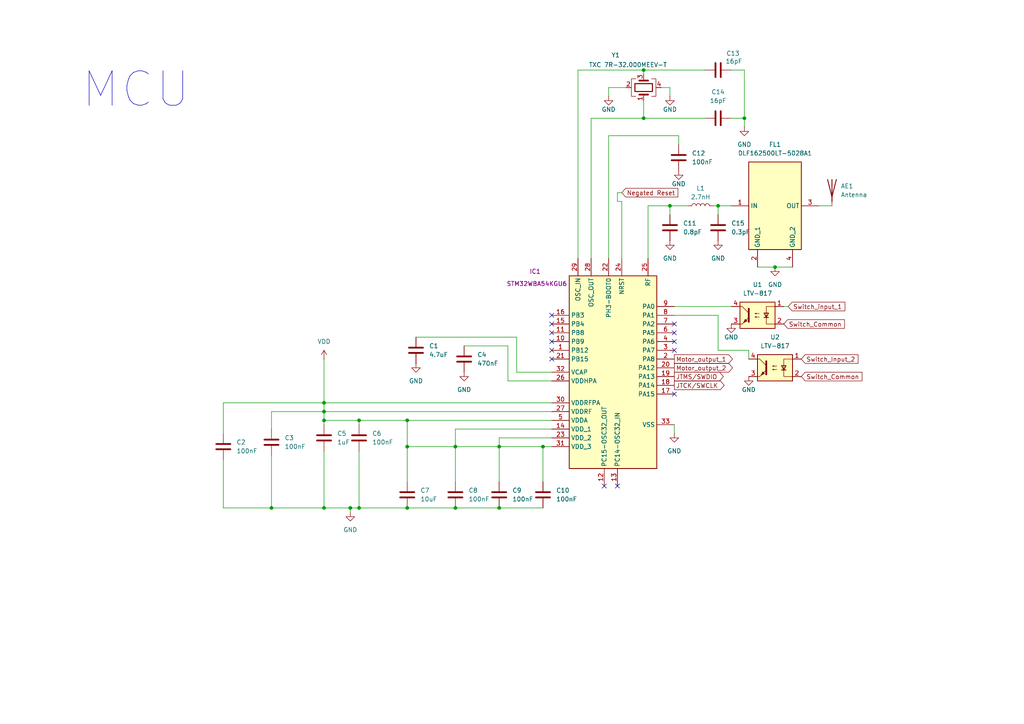
<source format=kicad_sch>
(kicad_sch (version 20231120) (generator "eeschema") (generator_version "8.0")
  (paper "A4")
  (lib_symbols
    (symbol "DLF162500LT-5028A1:DLF162500LT-5028A1"
      (property "Reference" "FL" (at 21.59 17.78 0))
      (property "Value" "DLF162500LT-5028A1" (at 21.59 15.24 0))
      (symbol "DLF162500LT-5028A1_1_1"
        (rectangle (start 5.08 12.7) (end 20.32 -12.7) (stroke (width 0.254)) (fill (type background)))
        (pin passive line (at 0 0 0) (length 5.08) (name "IN") (number "1"))
        (pin passive line (at 7.62 -17.78 90) (length 5.08) (name "GND_1") (number "2"))
        (pin passive line (at 25.4 0 180) (length 5.08) (name "OUT") (number "3"))
        (pin passive line (at 17.78 -17.78 90) (length 5.08) (name "GND_2") (number "4"))
      )
    )
    (symbol "Device:Antenna" (pin_numbers hide) (pin_names (offset 1.016) hide)
      (property "Reference" "AE" (at -1.905 1.905 0))
      (property "Value" "Antenna" (at -1.905 0 0))
      (symbol "Antenna_0_1"
        (polyline (pts (xy 0 2.54) (xy 0 -3.81)) (stroke (width 0.254)))
        (polyline (pts (xy 1.27 2.54) (xy 0 -2.54) (xy -1.27 2.54)) (stroke (width 0.254)))
      )
      (symbol "Antenna_1_1"
        (pin input line (at 0 -5.08 90) (length 2.54) (name "A") (number "1"))
      )
    )
    (symbol "Device:C" (pin_numbers hide) (pin_names (offset 0.254))
      (property "Reference" "C" (at 0.635 2.54 0))
      (property "Value" "C" (at 0.635 -2.54 0))
      (symbol "C_0_1"
        (polyline (pts (xy -2.032 -0.762) (xy 2.032 -0.762)) (stroke (width 0.508)))
        (polyline (pts (xy -2.032 0.762) (xy 2.032 0.762)) (stroke (width 0.508)))
      )
      (symbol "C_1_1"
        (pin passive line (at 0 3.81 270) (length 2.794) (name "~") (number "1"))
        (pin passive line (at 0 -3.81 90) (length 2.794) (name "~") (number "2"))
      )
    )
    (symbol "Device:Crystal_GND24" (pin_names (offset 1.016) hide)
      (property "Reference" "Y" (at 3.175 5.08 0))
      (property "Value" "Crystal_GND24" (at 3.175 3.175 0))
      (symbol "Crystal_GND24_0_1"
        (rectangle (start -1.143 2.54) (end 1.143 -2.54) (stroke (width 0.3048)))
        (polyline (pts (xy -2.54 0) (xy -2.032 0)))
        (polyline (pts (xy -2.032 -1.27) (xy -2.032 1.27)) (stroke (width 0.508)))
        (polyline (pts (xy 0 -3.81) (xy 0 -3.556)))
        (polyline (pts (xy 0 3.556) (xy 0 3.81)))
        (polyline (pts (xy 2.032 -1.27) (xy 2.032 1.27)) (stroke (width 0.508)))
        (polyline (pts (xy 2.032 0) (xy 2.54 0)))
        (polyline (pts (xy -2.54 -2.286) (xy -2.54 -3.556) (xy 2.54 -3.556) (xy 2.54 -2.286)))
        (polyline (pts (xy -2.54 2.286) (xy -2.54 3.556) (xy 2.54 3.556) (xy 2.54 2.286)))
      )
      (symbol "Crystal_GND24_1_1"
        (pin passive line (at -3.81 0 0) (length 1.27) (name "1") (number "1"))
        (pin passive line (at 0 5.08 270) (length 1.27) (name "2") (number "2"))
        (pin passive line (at 3.81 0 180) (length 1.27) (name "3") (number "3"))
        (pin passive line (at 0 -5.08 90) (length 1.27) (name "4") (number "4"))
      )
    )
    (symbol "Device:L" (pin_numbers hide) (pin_names (offset 1.016) hide)
      (property "Reference" "L" (at -1.27 0 90))
      (property "Value" "L" (at 1.905 0 90))
      (symbol "L_0_1"
        (arc (start 0 -2.54) (mid 0.6323 -1.905) (end 0 -1.27))
        (arc (start 0 -1.27) (mid 0.6323 -0.635) (end 0 0))
        (arc (start 0 0) (mid 0.6323 0.635) (end 0 1.27))
        (arc (start 0 1.27) (mid 0.6323 1.905) (end 0 2.54))
      )
      (symbol "L_1_1"
        (pin passive line (at 0 3.81 270) (length 1.27) (name "1") (number "1"))
        (pin passive line (at 0 -3.81 90) (length 1.27) (name "2") (number "2"))
      )
    )
    (symbol "Isolator:LTV-817" (pin_names (offset 1.016))
      (property "Reference" "U" (at -5.08 5.08 0))
      (property "Value" "LTV-817" (at 0 5.08 0))
      (symbol "LTV-817_0_1"
        (rectangle (start -5.08 3.81) (end 5.08 -3.81) (stroke (width 0.254)) (fill (type background)))
        (polyline (pts (xy -3.175 -0.635) (xy -1.905 -0.635)) (stroke (width 0.254)))
        (polyline (pts (xy 2.54 0.635) (xy 4.445 2.54)))
        (polyline (pts (xy 4.445 -2.54) (xy 2.54 -0.635)) (fill (type outline)))
        (polyline (pts (xy 4.445 -2.54) (xy 5.08 -2.54)))
        (polyline (pts (xy 4.445 2.54) (xy 5.08 2.54)))
        (polyline (pts (xy -5.08 2.54) (xy -2.54 2.54) (xy -2.54 -0.762)))
        (polyline (pts (xy -2.54 -0.635) (xy -2.54 -2.54) (xy -5.08 -2.54)))
        (polyline (pts (xy 2.54 1.905) (xy 2.54 -1.905) (xy 2.54 -1.905)) (stroke (width 0.508)))
        (polyline (pts (xy -2.54 -0.635) (xy -3.175 0.635) (xy -1.905 0.635) (xy -2.54 -0.635)) (stroke (width 0.254)))
        (polyline (pts (xy -0.508 -0.508) (xy 0.762 -0.508) (xy 0.381 -0.635) (xy 0.381 -0.381) (xy 0.762 -0.508)))
        (polyline (pts (xy -0.508 0.508) (xy 0.762 0.508) (xy 0.381 0.381) (xy 0.381 0.635) (xy 0.762 0.508)))
        (polyline (pts (xy 3.048 -1.651) (xy 3.556 -1.143) (xy 4.064 -2.159) (xy 3.048 -1.651) (xy 3.048 -1.651)) (fill (type outline)))
      )
      (symbol "LTV-817_1_1"
        (pin passive line (at -7.62 2.54 0) (length 2.54) (name "~") (number "1"))
        (pin passive line (at -7.62 -2.54 0) (length 2.54) (name "~") (number "2"))
        (pin passive line (at 7.62 -2.54 180) (length 2.54) (name "~") (number "3"))
        (pin passive line (at 7.62 2.54 180) (length 2.54) (name "~") (number "4"))
      )
    )
    (symbol "STM32WBA54KGU6:STM32WBA54KGU6"
      (property "Reference_1" "IC1" (at -4.826 16.51 0))
      (property "Value_1" "STM32WBA54KGU6" (at -4.318 12.954 0))
      (symbol "STM32WBA54KGU6_1_1"
        (rectangle (start 5.08 15.24) (end 30.48 -40.64) (stroke (width 0.254)) (fill (type background)))
        (pin passive line (at 0 -6.35 0) (length 5.08) (name "PB12") (number "1"))
        (pin passive line (at 0 -3.81 0) (length 5.08) (name "PB9") (number "10"))
        (pin passive line (at 0 -1.27 0) (length 5.08) (name "PB8") (number "11"))
        (pin passive line (at 15.24 -45.72 90) (length 5.08) (name "PC15-OSC32_OUT") (number "12"))
        (pin passive line (at 19.05 -45.72 90) (length 5.08) (name "PC14-OSC32_IN") (number "13"))
        (pin input line (at 0 -29.21 0) (length 5.08) (name "VDD_1") (number "14"))
        (pin passive line (at 0 1.27 0) (length 5.08) (name "PB4") (number "15"))
        (pin passive line (at 0 3.81 0) (length 5.08) (name "PB3") (number "16"))
        (pin passive line (at 35.56 -19.05 180) (length 5.08) (name "PA15") (number "17"))
        (pin passive line (at 35.56 -16.51 180) (length 5.08) (name "PA14") (number "18"))
        (pin passive line (at 35.56 -13.97 180) (length 5.08) (name "PA13") (number "19"))
        (pin passive line (at 35.56 -8.89 180) (length 5.08) (name "PA8") (number "2"))
        (pin passive line (at 35.56 -11.43 180) (length 5.08) (name "PA12") (number "20"))
        (pin passive line (at 0 -8.89 0) (length 5.08) (name "PB15") (number "21"))
        (pin passive line (at 16.51 20.32 270) (length 5.08) (name "PH3-BOOT0") (number "22"))
        (pin input line (at 0 -31.75 0) (length 5.08) (name "VDD_2") (number "23"))
        (pin passive line (at 20.32 20.32 270) (length 5.08) (name "NRST") (number "24"))
        (pin passive line (at 27.94 20.32 270) (length 5.08) (name "RF") (number "25"))
        (pin input line (at 0 -15.24 0) (length 5.08) (name "VDDHPA") (number "26"))
        (pin input line (at 0 -24.13 0) (length 5.08) (name "VDDRF") (number "27"))
        (pin passive line (at 11.43 20.32 270) (length 5.08) (name "OSC_OUT") (number "28"))
        (pin passive line (at 7.62 20.32 270) (length 5.08) (name "OSC_IN") (number "29"))
        (pin passive line (at 35.56 -6.35 180) (length 5.08) (name "PA7") (number "3"))
        (pin input line (at 0 -21.59 0) (length 5.08) (name "VDDRFPA") (number "30"))
        (pin input line (at 0 -34.29 0) (length 5.08) (name "VDD_3") (number "31"))
        (pin input line (at 0 -12.7 0) (length 5.08) (name "VCAP") (number "32"))
        (pin power_in line (at 35.56 -27.94 180) (length 5.08) (name "VSS") (number "33"))
        (pin passive line (at 35.56 -3.81 180) (length 5.08) (name "PA6") (number "4"))
        (pin input line (at 0 -26.67 0) (length 5.08) (name "VDDA") (number "5"))
        (pin passive line (at 35.56 -1.27 180) (length 5.08) (name "PA5") (number "6"))
        (pin passive line (at 35.56 1.27 180) (length 5.08) (name "PA2") (number "7"))
        (pin passive line (at 35.56 3.81 180) (length 5.08) (name "PA1") (number "8"))
        (pin passive line (at 35.56 6.35 180) (length 5.08) (name "PA0") (number "9"))
      )
    )
    (symbol "power:GND" (power) (pin_numbers hide) (pin_names (offset 0) hide)
      (property "Value" "GND" (at 0 -3.81 0))
      (symbol "GND_0_1"
        (polyline (pts (xy 0 0) (xy 0 -1.27) (xy 1.27 -1.27) (xy 0 -2.54) (xy -1.27 -1.27) (xy 0 -1.27)))
      )
      (symbol "GND_1_1"
        (pin power_in line (at 0 0 270) (length 0) (name "~") (number "1"))
      )
    )
    (symbol "power:VDD" (power) (pin_numbers hide) (pin_names (offset 0) hide)
      (property "Value" "VDD" (at 0 3.556 0))
      (symbol "VDD_0_1"
        (polyline (pts (xy -0.762 1.27) (xy 0 2.54)))
        (polyline (pts (xy 0 0) (xy 0 2.54)))
        (polyline (pts (xy 0 2.54) (xy 0.762 1.27)))
      )
      (symbol "VDD_1_1"
        (pin power_in line (at 0 0 90) (length 0) (name "~") (number "1"))
      )
    )
  )
  (junction (at 118.11 147.32))
  (junction (at 93.98 116.84))
  (junction (at 186.69 34.29))
  (junction (at 104.14 121.92))
  (junction (at 157.48 129.54))
  (junction (at 118.11 121.92))
  (junction (at 224.79 77.47))
  (junction (at 93.98 121.92))
  (junction (at 132.08 147.32))
  (junction (at 78.74 147.32))
  (junction (at 101.6 147.32))
  (junction (at 208.28 59.69))
  (junction (at 194.31 59.69))
  (junction (at 186.69 20.32))
  (junction (at 93.98 119.38))
  (junction (at 104.14 147.32))
  (junction (at 118.11 129.54))
  (junction (at 132.08 129.54))
  (junction (at 215.9 34.29))
  (junction (at 93.98 147.32))
  (junction (at 144.78 147.32))
  (junction (at 144.78 129.54))
  (no_connect (at 160.02 99.06))
  (no_connect (at 195.58 114.3))
  (no_connect (at 160.02 93.98))
  (no_connect (at 195.58 99.06))
  (no_connect (at 195.58 101.6))
  (no_connect (at 160.02 104.14))
  (no_connect (at 195.58 93.98))
  (no_connect (at 175.26 140.97))
  (no_connect (at 179.07 140.97))
  (no_connect (at 160.02 101.6))
  (no_connect (at 160.02 96.52))
  (no_connect (at 195.58 96.52))
  (no_connect (at 160.02 91.44))
  (wire (pts (xy 176.53 39.37) (xy 196.85 39.37)))
  (wire (pts (xy 104.14 130.81) (xy 104.14 147.32)))
  (wire (pts (xy 208.28 59.69) (xy 212.09 59.69)))
  (wire (pts (xy 132.08 124.46) (xy 132.08 129.54)))
  (wire (pts (xy 217.17 101.6) (xy 217.17 104.14)))
  (wire (pts (xy 78.74 132.08) (xy 78.74 147.32)))
  (wire (pts (xy 64.77 125.73) (xy 64.77 116.84)))
  (wire (pts (xy 78.74 119.38) (xy 93.98 119.38)))
  (wire (pts (xy 195.58 123.19) (xy 195.58 125.73)))
  (wire (pts (xy 212.09 34.29) (xy 215.9 34.29)))
  (wire (pts (xy 160.02 129.54) (xy 157.48 129.54)))
  (wire (pts (xy 93.98 130.81) (xy 93.98 147.32)))
  (wire (pts (xy 196.85 39.37) (xy 196.85 41.91)))
  (wire (pts (xy 118.11 121.92) (xy 160.02 121.92)))
  (wire (pts (xy 167.64 20.32) (xy 167.64 74.93)))
  (wire (pts (xy 160.02 124.46) (xy 132.08 124.46)))
  (wire (pts (xy 195.58 88.9) (xy 212.09 88.9)))
  (wire (pts (xy 132.08 129.54) (xy 144.78 129.54)))
  (wire (pts (xy 186.69 20.32) (xy 167.64 20.32)))
  (wire (pts (xy 212.09 20.32) (xy 215.9 20.32)))
  (wire (pts (xy 180.34 58.42) (xy 180.34 74.93)))
  (wire (pts (xy 101.6 147.32) (xy 101.6 148.59)))
  (wire (pts (xy 93.98 123.19) (xy 93.98 121.92)))
  (wire (pts (xy 118.11 139.7) (xy 118.11 129.54)))
  (wire (pts (xy 157.48 129.54) (xy 157.48 139.7)))
  (wire (pts (xy 195.58 91.44) (xy 208.28 91.44)))
  (wire (pts (xy 208.28 59.69) (xy 208.28 62.23)))
  (wire (pts (xy 64.77 133.35) (xy 64.77 147.32)))
  (wire (pts (xy 215.9 34.29) (xy 215.9 36.83)))
  (wire (pts (xy 118.11 147.32) (xy 132.08 147.32)))
  (wire (pts (xy 187.96 59.69) (xy 187.96 74.93)))
  (wire (pts (xy 171.45 34.29) (xy 186.69 34.29)))
  (wire (pts (xy 64.77 147.32) (xy 78.74 147.32)))
  (wire (pts (xy 181.61 25.4) (xy 176.53 25.4)))
  (wire (pts (xy 93.98 119.38) (xy 93.98 121.92)))
  (wire (pts (xy 134.62 100.33) (xy 147.32 100.33)))
  (wire (pts (xy 64.77 116.84) (xy 93.98 116.84)))
  (wire (pts (xy 144.78 129.54) (xy 157.48 129.54)))
  (wire (pts (xy 93.98 119.38) (xy 160.02 119.38)))
  (wire (pts (xy 78.74 124.46) (xy 78.74 119.38)))
  (wire (pts (xy 118.11 121.92) (xy 118.11 129.54)))
  (wire (pts (xy 147.32 100.33) (xy 147.32 110.49)))
  (wire (pts (xy 104.14 121.92) (xy 104.14 123.19)))
  (wire (pts (xy 144.78 147.32) (xy 157.48 147.32)))
  (wire (pts (xy 180.34 55.88) (xy 179.07 55.88)))
  (wire (pts (xy 78.74 147.32) (xy 93.98 147.32)))
  (wire (pts (xy 132.08 129.54) (xy 132.08 139.7)))
  (wire (pts (xy 149.86 97.79) (xy 149.86 107.95)))
  (wire (pts (xy 207.01 59.69) (xy 208.28 59.69)))
  (wire (pts (xy 118.11 147.32) (xy 104.14 147.32)))
  (wire (pts (xy 132.08 147.32) (xy 144.78 147.32)))
  (wire (pts (xy 104.14 147.32) (xy 101.6 147.32)))
  (wire (pts (xy 227.33 88.9) (xy 228.6 88.9)))
  (wire (pts (xy 187.96 59.69) (xy 194.31 59.69)))
  (wire (pts (xy 171.45 34.29) (xy 171.45 74.93)))
  (wire (pts (xy 186.69 20.32) (xy 204.47 20.32)))
  (wire (pts (xy 93.98 147.32) (xy 101.6 147.32)))
  (wire (pts (xy 194.31 59.69) (xy 194.31 62.23)))
  (wire (pts (xy 93.98 116.84) (xy 93.98 119.38)))
  (wire (pts (xy 208.28 91.44) (xy 208.28 101.6)))
  (wire (pts (xy 118.11 129.54) (xy 132.08 129.54)))
  (wire (pts (xy 194.31 25.4) (xy 194.31 27.94)))
  (wire (pts (xy 208.28 101.6) (xy 217.17 101.6)))
  (wire (pts (xy 237.49 59.69) (xy 241.3 59.69)))
  (wire (pts (xy 120.65 97.79) (xy 149.86 97.79)))
  (wire (pts (xy 144.78 129.54) (xy 144.78 139.7)))
  (wire (pts (xy 147.32 110.49) (xy 160.02 110.49)))
  (wire (pts (xy 215.9 20.32) (xy 215.9 34.29)))
  (wire (pts (xy 93.98 104.14) (xy 93.98 116.84)))
  (wire (pts (xy 160.02 127) (xy 144.78 127)))
  (wire (pts (xy 219.71 77.47) (xy 224.79 77.47)))
  (wire (pts (xy 224.79 77.47) (xy 229.87 77.47)))
  (wire (pts (xy 93.98 121.92) (xy 104.14 121.92)))
  (wire (pts (xy 176.53 25.4) (xy 176.53 27.94)))
  (wire (pts (xy 186.69 21.59) (xy 186.69 20.32)))
  (wire (pts (xy 186.69 34.29) (xy 204.47 34.29)))
  (wire (pts (xy 179.07 55.88) (xy 179.07 58.42)))
  (wire (pts (xy 93.98 116.84) (xy 160.02 116.84)))
  (wire (pts (xy 104.14 121.92) (xy 118.11 121.92)))
  (wire (pts (xy 144.78 127) (xy 144.78 129.54)))
  (wire (pts (xy 149.86 107.95) (xy 160.02 107.95)))
  (wire (pts (xy 176.53 39.37) (xy 176.53 74.93)))
  (wire (pts (xy 186.69 34.29) (xy 186.69 29.21)))
  (wire (pts (xy 179.07 58.42) (xy 180.34 58.42)))
  (wire (pts (xy 194.31 59.69) (xy 199.39 59.69)))
  (wire (pts (xy 191.77 25.4) (xy 194.31 25.4)))
  (text "MCU" (at 23.368 32.004 0) (effects (font (size 10 10)) (justify left bottom)))
  (global_label "Switch_Common" (shape input) (at 227.33 93.98 0) (property "Intersheetrefs" "${INTERSHEET_REFS}" (effects (hide yes))))
  (global_label "Switch_input_1" (shape input) (at 228.6 88.9 0) (property "Intersheetrefs" "${INTERSHEET_REFS}" (effects (hide yes))))
  (global_label "Motor_output_1" (shape output) (at 195.58 104.14 0) (property "Intersheetrefs" "${INTERSHEET_REFS}" (effects (hide yes))))
  (global_label "Switch_Common" (shape input) (at 232.41 109.22 0) (property "Intersheetrefs" "${INTERSHEET_REFS}" (effects (hide yes))))
  (global_label "Switch_Input_2" (shape input) (at 232.41 104.14 0) (property "Intersheetrefs" "${INTERSHEET_REFS}" (effects (hide yes))))
  (global_label "JTCK{slash}SWCLK" (shape output) (at 195.58 111.76 0) (property "Intersheetrefs" "${INTERSHEET_REFS}" (effects (hide yes))))
  (global_label "JTMS{slash}SWDIO" (shape output) (at 195.58 109.22 0) (property "Intersheetrefs" "${INTERSHEET_REFS}" (effects (hide yes))))
  (global_label "Negated Reset" (shape input) (at 180.34 55.88 0) (property "Intersheetrefs" "${INTERSHEET_REFS}" (effects (hide yes))))
  (global_label "Motor_output_2" (shape output) (at 195.58 106.68 0) (property "Intersheetrefs" "${INTERSHEET_REFS}" (effects (hide yes))))
  (symbol (lib_id "power:GND") (at 196.85 49.53 0) (unit 1)
    (property "Reference" "#PWR07" (effects (hide yes)))
    (property "Value" "GND" (at 196.85 53.34 0))
    (property "Description" "Power symbol creates a global label with name \"GND\" , ground" (effects (hide yes)))
  )
  (symbol (lib_id "Device:C") (at 93.98 127 0) (unit 1)
    (property "Reference" "C5" (at 97.79 125.7299 0) (effects (justify left)))
    (property "Value" "1uF" (at 97.79 128.2699 0) (effects (justify left)))
    (property "Footprint" "Capacitor_SMD:C_0603_1608Metric_Pad1.08x0.95mm_HandSolder" (effects (hide yes)))
    (property "Description" "Unpolarized capacitor" (effects (hide yes)))
  )
  (symbol (lib_id "Device:C") (at 134.62 104.14 0) (unit 1)
    (property "Reference" "C4" (at 138.43 102.8699 0) (effects (justify left)))
    (property "Value" "470nF" (at 138.43 105.4099 0) (effects (justify left)))
    (property "Footprint" "Capacitor_SMD:C_0603_1608Metric_Pad1.08x0.95mm_HandSolder" (effects (hide yes)))
    (property "Description" "Unpolarized capacitor" (effects (hide yes)))
  )
  (symbol (lib_id "Device:C") (at 194.31 66.04 0) (unit 1)
    (property "Reference" "C11" (at 198.12 64.7699 0) (effects (justify left)))
    (property "Value" "0.8pF" (at 198.12 67.3099 0) (effects (justify left)))
    (property "Footprint" "Capacitor_SMD:C_0603_1608Metric_Pad1.08x0.95mm_HandSolder" (effects (hide yes)))
    (property "Description" "Unpolarized capacitor" (effects (hide yes)))
  )
  (symbol (lib_id "Device:C") (at 208.28 20.32 270) (unit 1)
    (property "Reference" "C13" (at 212.598 15.494 90))
    (property "Value" "16pF" (at 212.852 17.78 90))
    (property "Footprint" "Capacitor_SMD:C_0603_1608Metric_Pad1.08x0.95mm_HandSolder" (effects (hide yes)))
    (property "Description" "Unpolarized capacitor" (effects (hide yes)))
  )
  (symbol (lib_id "power:GND") (at 217.17 109.22 0) (unit 1)
    (property "Reference" "#PWR011" (effects (hide yes)))
    (property "Value" "GND" (at 217.17 113.03 0))
    (property "Description" "Power symbol creates a global label with name \"GND\" , ground" (effects (hide yes)))
  )
  (symbol (lib_id "power:GND") (at 195.58 125.73 0) (unit 1)
    (property "Reference" "#PWR06" (effects (hide yes)))
    (property "Value" "GND" (at 195.58 130.81 0))
    (property "Description" "Power symbol creates a global label with name \"GND\" , ground" (effects (hide yes)))
  )
  (symbol (lib_id "Device:C") (at 144.78 143.51 0) (unit 1)
    (property "Reference" "C9" (at 148.59 142.2399 0) (effects (justify left)))
    (property "Value" "100nF" (at 148.59 144.7799 0) (effects (justify left)))
    (property "Footprint" "Capacitor_SMD:C_0603_1608Metric_Pad1.08x0.95mm_HandSolder" (effects (hide yes)))
    (property "Description" "Unpolarized capacitor" (effects (hide yes)))
  )
  (symbol (lib_id "power:GND") (at 194.31 69.85 0) (unit 1)
    (property "Reference" "#PWR05" (effects (hide yes)))
    (property "Value" "GND" (at 194.31 74.93 0))
    (property "Description" "Power symbol creates a global label with name \"GND\" , ground" (effects (hide yes)))
  )
  (symbol (lib_id "Device:C") (at 157.48 143.51 0) (unit 1)
    (property "Reference" "C10" (at 161.29 142.2399 0) (effects (justify left)))
    (property "Value" "100nF" (at 161.29 144.7799 0) (effects (justify left)))
    (property "Footprint" "Capacitor_SMD:C_0603_1608Metric_Pad1.08x0.95mm_HandSolder" (effects (hide yes)))
    (property "Description" "Unpolarized capacitor" (effects (hide yes)))
  )
  (symbol (lib_id "Device:C") (at 64.77 129.54 0) (unit 1)
    (property "Reference" "C2" (at 68.58 128.2699 0) (effects (justify left)))
    (property "Value" "100nF" (at 68.58 130.8099 0) (effects (justify left)))
    (property "Footprint" "Capacitor_SMD:C_0603_1608Metric_Pad1.08x0.95mm_HandSolder" (effects (hide yes)))
    (property "Description" "Unpolarized capacitor" (effects (hide yes)))
  )
  (symbol (lib_id "Device:Crystal_GND24") (at 186.69 25.4 90) (unit 1)
    (property "Reference" "Y1" (at 178.562 16.002 90))
    (property "Value" "TXC 7R-32.000MEEV-T" (at 182.118 18.796 90))
    (property "Footprint" "Sterownik_roletyLibrary:TXC 7R-32.000MEEV-T" (effects (hide yes)))
    (property "Description" "Four pin crystal, GND on pins 2 and 4" (effects (hide yes)))
  )
  (symbol (lib_id "Device:C") (at 120.65 101.6 0) (unit 1)
    (property "Reference" "C1" (at 124.46 100.3299 0) (effects (justify left)))
    (property "Value" "4.7uF" (at 124.46 102.8699 0) (effects (justify left)))
    (property "Footprint" "Capacitor_SMD:C_0603_1608Metric_Pad1.08x0.95mm_HandSolder" (effects (hide yes)))
    (property "Description" "Unpolarized capacitor" (effects (hide yes)))
  )
  (symbol (lib_id "Device:C") (at 118.11 143.51 0) (unit 1)
    (property "Reference" "C7" (at 121.92 142.2399 0) (effects (justify left)))
    (property "Value" "10uF" (at 121.92 144.7799 0) (effects (justify left)))
    (property "Footprint" "Capacitor_SMD:C_0603_1608Metric_Pad1.08x0.95mm_HandSolder" (effects (hide yes)))
    (property "Description" "Unpolarized capacitor" (effects (hide yes)))
  )
  (symbol (lib_id "power:GND") (at 101.6 148.59 0) (unit 1)
    (property "Reference" "#PWR02" (effects (hide yes)))
    (property "Value" "GND" (at 101.6 153.67 0))
    (property "Description" "Power symbol creates a global label with name \"GND\" , ground" (effects (hide yes)))
  )
  (symbol (lib_id "power:GND") (at 194.31 27.94 0) (unit 1)
    (property "Reference" "#PWR04" (effects (hide yes)))
    (property "Value" "GND" (at 194.31 31.75 0))
    (property "Description" "Power symbol creates a global label with name \"GND\" , ground" (effects (hide yes)))
  )
  (symbol (lib_id "DLF162500LT-5028A1:DLF162500LT-5028A1") (at 212.09 59.69 0) (unit 1)
    (property "Reference" "FL1" (at 224.79 41.91 0))
    (property "Value" "DLF162500LT-5028A1" (at 224.79 44.45 0))
    (property "Footprint" "Sterownik_roletyLibrary:DLF162500LT5028A1" (effects (hide yes)))
    (property "Datasheet" "https://product.tdk.com/system/files/dam/doc/product/rf/rf/filter/catalog/rf_lpf_dlf162500lt-5028a1_en.pdf" (effects (hide yes)))
    (property "Description" "Signal Conditioning LTCC LOW PASS FLTR 2400-2500MHz" (effects (hide yes)))
    (property "Height" "0.4" (effects (hide yes)))
    (property "Mouser Part Number" "810-DLF16250LT5028A1" (effects (hide yes)))
    (property "Mouser Price/Stock" "https://www.mouser.co.uk/ProductDetail/TDK/DLF162500LT-5028A1?qs=U%2FZX79kHR%2FlwIbAISCs3qA%3D%3D" (effects (hide yes)))
    (property "Manufacturer_Name" "TDK" (effects (hide yes)))
    (property "Manufacturer_Part_Number" "DLF162500LT-5028A1" (effects (hide yes)))
  )
  (symbol (lib_id "Isolator:LTV-817") (at 224.79 106.68 0) (mirror y) (unit 1)
    (property "Reference" "U2" (at 224.79 97.79 0))
    (property "Value" "LTV-817" (at 224.79 100.33 0))
    (property "Footprint" "Package_DIP:DIP-4_W7.62mm" (effects (hide yes)))
    (property "Datasheet" "http://www.us.liteon.com/downloads/LTV-817-827-847.PDF" (effects (hide yes)))
    (property "Description" "DC Optocoupler, Vce 35V, CTR 50%, DIP-4" (effects (hide yes)))
  )
  (symbol (lib_id "Device:C") (at 132.08 143.51 0) (unit 1)
    (property "Reference" "C8" (at 135.89 142.2399 0) (effects (justify left)))
    (property "Value" "100nF" (at 135.89 144.7799 0) (effects (justify left)))
    (property "Footprint" "Capacitor_SMD:C_0603_1608Metric_Pad1.08x0.95mm_HandSolder" (effects (hide yes)))
    (property "Description" "Unpolarized capacitor" (effects (hide yes)))
  )
  (symbol (lib_id "Device:C") (at 208.28 34.29 270) (unit 1)
    (property "Reference" "C14" (at 208.28 26.67 90))
    (property "Value" "16pF" (at 208.28 29.21 90))
    (property "Footprint" "Capacitor_SMD:C_0603_1608Metric_Pad1.08x0.95mm_HandSolder" (effects (hide yes)))
    (property "Description" "Unpolarized capacitor" (effects (hide yes)))
  )
  (symbol (lib_id "Device:Antenna") (at 241.3 54.61 0) (unit 1)
    (property "Reference" "AE1" (at 243.84 53.9749 0) (effects (justify left)))
    (property "Value" "Antenna" (at 243.84 56.5149 0) (effects (justify left)))
    (property "Footprint" "RF_Antenna:Texas_SWRA117D_2.4GHz_Right" (effects (hide yes)))
    (property "Description" "Antenna" (effects (hide yes)))
  )
  (symbol (lib_id "Device:L") (at 203.2 59.69 90) (unit 1)
    (property "Reference" "L1" (at 203.2 54.61 90))
    (property "Value" "2.7nH" (at 203.2 57.15 90))
    (property "Footprint" "Inductor_SMD:L_0603_1608Metric_Pad1.05x0.95mm_HandSolder" (effects (hide yes)))
    (property "Description" "Inductor" (effects (hide yes)))
  )
  (symbol (lib_id "power:GND") (at 176.53 27.94 0) (unit 1)
    (property "Reference" "#PWR03" (effects (hide yes)))
    (property "Value" "GND" (at 176.53 31.75 0))
    (property "Description" "Power symbol creates a global label with name \"GND\" , ground" (effects (hide yes)))
  )
  (symbol (lib_id "Device:C") (at 78.74 128.27 0) (unit 1)
    (property "Reference" "C3" (at 82.55 126.9999 0) (effects (justify left)))
    (property "Value" "100nF" (at 82.55 129.5399 0) (effects (justify left)))
    (property "Footprint" "Capacitor_SMD:C_0603_1608Metric_Pad1.08x0.95mm_HandSolder" (effects (hide yes)))
    (property "Description" "Unpolarized capacitor" (effects (hide yes)))
  )
  (symbol (lib_id "power:GND") (at 224.79 77.47 0) (unit 1)
    (property "Reference" "#PWR012" (effects (hide yes)))
    (property "Value" "GND" (at 224.79 82.55 0))
    (property "Description" "Power symbol creates a global label with name \"GND\" , ground" (effects (hide yes)))
  )
  (symbol (lib_id "power:GND") (at 215.9 36.83 0) (unit 1)
    (property "Reference" "#PWR010" (effects (hide yes)))
    (property "Value" "GND" (at 215.9 41.91 0))
    (property "Description" "Power symbol creates a global label with name \"GND\" , ground" (effects (hide yes)))
  )
  (symbol (lib_id "power:GND") (at 212.09 93.98 0) (unit 1)
    (property "Reference" "#PWR09" (effects (hide yes)))
    (property "Value" "GND" (at 212.09 97.79 0))
    (property "Description" "Power symbol creates a global label with name \"GND\" , ground" (effects (hide yes)))
  )
  (symbol (lib_id "STM32WBA54KGU6:STM32WBA54KGU6") (at 160.02 95.25 0) (unit 1)
    (property "Reference" "IC1" (effects (hide yes)))
    (property "Value" "STM32WBA54KGU6" (effects (hide yes)))
    (property "Footprint" "Sterownik_roletyLibrary:QFN50P500X500X60-33N-D" (effects (hide yes)))
    (property "Datasheet" "https://www.st.com/resource/en/datasheet/stm32wba52ce.pdf" (effects (hide yes)))
    (property "Description" "Wireless Arm Cortex-M33 Trust Zone MCU 100 MHz with 1 Mbyte of Flash memory, Bluetooth LE 5.4, 802.15.4, Zigbee" (effects (hide yes)))
    (property "Reference_1" "IC1" (at 155.194 78.74 0))
    (property "Value_1" "STM32WBA54KGU6" (at 155.702 82.296 0))
    (property "Footprint_1" "QFN50P500X500X60-33N-D" (effects (hide yes)))
    (property "Datasheet_1" "https://www.st.com/resource/en/datasheet/stm32wba52ce.pdf" (effects (hide yes)))
    (property "Height" "0.6" (effects (hide yes)))
    (property "Mouser Part Number" "511-STM32WBA54KGU6" (effects (hide yes)))
    (property "Mouser Price/Stock" "https://www.mouser.co.uk/ProductDetail/STMicroelectronics/STM32WBA54KGU6?qs=Z%252BL2brAPG1JAa6VTqSppyg%3D%3D" (effects (hide yes)))
    (property "Manufacturer_Name" "STMicroelectronics" (effects (hide yes)))
    (property "Manufacturer_Part_Number" "STM32WBA54KGU6" (effects (hide yes)))
  )
  (symbol (lib_id "Device:C") (at 104.14 127 0) (unit 1)
    (property "Reference" "C6" (at 107.95 125.7299 0) (effects (justify left)))
    (property "Value" "100nF" (at 107.95 128.2699 0) (effects (justify left)))
    (property "Footprint" "Capacitor_SMD:C_0603_1608Metric_Pad1.08x0.95mm_HandSolder" (effects (hide yes)))
    (property "Description" "Unpolarized capacitor" (effects (hide yes)))
  )
  (symbol (lib_id "Isolator:LTV-817") (at 219.71 91.44 0) (mirror y) (unit 1)
    (property "Reference" "U1" (at 219.71 82.55 0))
    (property "Value" "LTV-817" (at 219.71 85.09 0))
    (property "Footprint" "Package_DIP:DIP-4_W7.62mm" (effects (hide yes)))
    (property "Datasheet" "http://www.us.liteon.com/downloads/LTV-817-827-847.PDF" (effects (hide yes)))
    (property "Description" "DC Optocoupler, Vce 35V, CTR 50%, DIP-4" (effects (hide yes)))
  )
  (symbol (lib_id "Device:C") (at 196.85 45.72 0) (unit 1)
    (property "Reference" "C12" (at 200.66 44.4499 0) (effects (justify left)))
    (property "Value" "100nF" (at 200.66 46.9899 0) (effects (justify left)))
    (property "Footprint" "Capacitor_SMD:C_0603_1608Metric_Pad1.08x0.95mm_HandSolder" (effects (hide yes)))
    (property "Description" "Unpolarized capacitor" (effects (hide yes)))
  )
  (symbol (lib_id "power:VDD") (at 93.98 104.14 0) (unit 1)
    (property "Reference" "#PWR01" (effects (hide yes)))
    (property "Value" "VDD" (at 93.98 99.06 0))
    (property "Description" "Power symbol creates a global label with name \"VDD\"" (effects (hide yes)))
  )
  (symbol (lib_id "Device:C") (at 208.28 66.04 0) (unit 1)
    (property "Reference" "C15" (at 212.09 64.7699 0) (effects (justify left)))
    (property "Value" "0.3pF" (at 212.09 67.3099 0) (effects (justify left)))
    (property "Footprint" "Capacitor_SMD:C_0603_1608Metric_Pad1.08x0.95mm_HandSolder" (effects (hide yes)))
    (property "Description" "Unpolarized capacitor" (effects (hide yes)))
  )
  (symbol (lib_id "power:GND") (at 134.62 107.95 0) (unit 1)
    (property "Reference" "#PWR020" (effects (hide yes)))
    (property "Value" "GND" (at 134.62 113.03 0))
    (property "Description" "Power symbol creates a global label with name \"GND\" , ground" (effects (hide yes)))
  )
  (symbol (lib_id "power:GND") (at 208.28 69.85 0) (unit 1)
    (property "Reference" "#PWR08" (effects (hide yes)))
    (property "Value" "GND" (at 208.28 74.93 0))
    (property "Description" "Power symbol creates a global label with name \"GND\" , ground" (effects (hide yes)))
  )
  (symbol (lib_id "power:GND") (at 120.65 105.41 0) (unit 1)
    (property "Reference" "#PWR019" (effects (hide yes)))
    (property "Value" "GND" (at 120.65 110.49 0))
    (property "Description" "Power symbol creates a global label with name \"GND\" , ground" (effects (hide yes)))
  )
)
</source>
